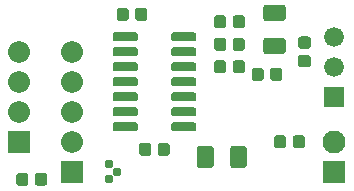
<source format=gts>
G04 #@! TF.GenerationSoftware,KiCad,Pcbnew,(5.1.5)-3*
G04 #@! TF.CreationDate,2019-12-28T17:54:17-06:00*
G04 #@! TF.ProjectId,tymkrs_Cyphercon_2020_IRhack,74796d6b-7273-45f4-9379-70686572636f,V0*
G04 #@! TF.SameCoordinates,Original*
G04 #@! TF.FileFunction,Soldermask,Top*
G04 #@! TF.FilePolarity,Negative*
%FSLAX46Y46*%
G04 Gerber Fmt 4.6, Leading zero omitted, Abs format (unit mm)*
G04 Created by KiCad (PCBNEW (5.1.5)-3) date 2019-12-28 17:54:17*
%MOMM*%
%LPD*%
G04 APERTURE LIST*
%ADD10C,0.100000*%
%ADD11O,1.852400X1.852400*%
%ADD12R,1.852400X1.852400*%
%ADD13C,1.952400*%
%ADD14R,1.952400X1.952400*%
%ADD15C,1.676400*%
%ADD16R,1.676400X1.676400*%
%ADD17C,0.787400*%
G04 APERTURE END LIST*
D10*
G36*
X161609526Y-79015037D02*
G01*
X161634459Y-79018735D01*
X161658910Y-79024860D01*
X161682642Y-79033352D01*
X161705428Y-79044129D01*
X161727048Y-79057087D01*
X161747294Y-79072102D01*
X161765970Y-79089030D01*
X161782898Y-79107706D01*
X161797913Y-79127952D01*
X161810871Y-79149572D01*
X161821648Y-79172358D01*
X161830140Y-79196090D01*
X161836265Y-79220541D01*
X161839963Y-79245474D01*
X161841200Y-79270650D01*
X161841200Y-79784350D01*
X161839963Y-79809526D01*
X161836265Y-79834459D01*
X161830140Y-79858910D01*
X161821648Y-79882642D01*
X161810871Y-79905428D01*
X161797913Y-79927048D01*
X161782898Y-79947294D01*
X161765970Y-79965970D01*
X161747294Y-79982898D01*
X161727048Y-79997913D01*
X161705428Y-80010871D01*
X161682642Y-80021648D01*
X161658910Y-80030140D01*
X161634459Y-80036265D01*
X161609526Y-80039963D01*
X161584350Y-80041200D01*
X160995650Y-80041200D01*
X160970474Y-80039963D01*
X160945541Y-80036265D01*
X160921090Y-80030140D01*
X160897358Y-80021648D01*
X160874572Y-80010871D01*
X160852952Y-79997913D01*
X160832706Y-79982898D01*
X160814030Y-79965970D01*
X160797102Y-79947294D01*
X160782087Y-79927048D01*
X160769129Y-79905428D01*
X160758352Y-79882642D01*
X160749860Y-79858910D01*
X160743735Y-79834459D01*
X160740037Y-79809526D01*
X160738800Y-79784350D01*
X160738800Y-79270650D01*
X160740037Y-79245474D01*
X160743735Y-79220541D01*
X160749860Y-79196090D01*
X160758352Y-79172358D01*
X160769129Y-79149572D01*
X160782087Y-79127952D01*
X160797102Y-79107706D01*
X160814030Y-79089030D01*
X160832706Y-79072102D01*
X160852952Y-79057087D01*
X160874572Y-79044129D01*
X160897358Y-79033352D01*
X160921090Y-79024860D01*
X160945541Y-79018735D01*
X160970474Y-79015037D01*
X160995650Y-79013800D01*
X161584350Y-79013800D01*
X161609526Y-79015037D01*
G37*
G36*
X161609526Y-77440037D02*
G01*
X161634459Y-77443735D01*
X161658910Y-77449860D01*
X161682642Y-77458352D01*
X161705428Y-77469129D01*
X161727048Y-77482087D01*
X161747294Y-77497102D01*
X161765970Y-77514030D01*
X161782898Y-77532706D01*
X161797913Y-77552952D01*
X161810871Y-77574572D01*
X161821648Y-77597358D01*
X161830140Y-77621090D01*
X161836265Y-77645541D01*
X161839963Y-77670474D01*
X161841200Y-77695650D01*
X161841200Y-78209350D01*
X161839963Y-78234526D01*
X161836265Y-78259459D01*
X161830140Y-78283910D01*
X161821648Y-78307642D01*
X161810871Y-78330428D01*
X161797913Y-78352048D01*
X161782898Y-78372294D01*
X161765970Y-78390970D01*
X161747294Y-78407898D01*
X161727048Y-78422913D01*
X161705428Y-78435871D01*
X161682642Y-78446648D01*
X161658910Y-78455140D01*
X161634459Y-78461265D01*
X161609526Y-78464963D01*
X161584350Y-78466200D01*
X160995650Y-78466200D01*
X160970474Y-78464963D01*
X160945541Y-78461265D01*
X160921090Y-78455140D01*
X160897358Y-78446648D01*
X160874572Y-78435871D01*
X160852952Y-78422913D01*
X160832706Y-78407898D01*
X160814030Y-78390970D01*
X160797102Y-78372294D01*
X160782087Y-78352048D01*
X160769129Y-78330428D01*
X160758352Y-78307642D01*
X160749860Y-78283910D01*
X160743735Y-78259459D01*
X160740037Y-78234526D01*
X160738800Y-78209350D01*
X160738800Y-77695650D01*
X160740037Y-77670474D01*
X160743735Y-77645541D01*
X160749860Y-77621090D01*
X160758352Y-77597358D01*
X160769129Y-77574572D01*
X160782087Y-77552952D01*
X160797102Y-77532706D01*
X160814030Y-77514030D01*
X160832706Y-77497102D01*
X160852952Y-77482087D01*
X160874572Y-77469129D01*
X160897358Y-77458352D01*
X160921090Y-77449860D01*
X160945541Y-77443735D01*
X160970474Y-77440037D01*
X160995650Y-77438800D01*
X161584350Y-77438800D01*
X161609526Y-77440037D01*
G37*
G36*
X148084526Y-86445037D02*
G01*
X148109459Y-86448735D01*
X148133910Y-86454860D01*
X148157642Y-86463352D01*
X148180428Y-86474129D01*
X148202048Y-86487087D01*
X148222294Y-86502102D01*
X148240970Y-86519030D01*
X148257898Y-86537706D01*
X148272913Y-86557952D01*
X148285871Y-86579572D01*
X148296648Y-86602358D01*
X148305140Y-86626090D01*
X148311265Y-86650541D01*
X148314963Y-86675474D01*
X148316200Y-86700650D01*
X148316200Y-87289350D01*
X148314963Y-87314526D01*
X148311265Y-87339459D01*
X148305140Y-87363910D01*
X148296648Y-87387642D01*
X148285871Y-87410428D01*
X148272913Y-87432048D01*
X148257898Y-87452294D01*
X148240970Y-87470970D01*
X148222294Y-87487898D01*
X148202048Y-87502913D01*
X148180428Y-87515871D01*
X148157642Y-87526648D01*
X148133910Y-87535140D01*
X148109459Y-87541265D01*
X148084526Y-87544963D01*
X148059350Y-87546200D01*
X147545650Y-87546200D01*
X147520474Y-87544963D01*
X147495541Y-87541265D01*
X147471090Y-87535140D01*
X147447358Y-87526648D01*
X147424572Y-87515871D01*
X147402952Y-87502913D01*
X147382706Y-87487898D01*
X147364030Y-87470970D01*
X147347102Y-87452294D01*
X147332087Y-87432048D01*
X147319129Y-87410428D01*
X147308352Y-87387642D01*
X147299860Y-87363910D01*
X147293735Y-87339459D01*
X147290037Y-87314526D01*
X147288800Y-87289350D01*
X147288800Y-86700650D01*
X147290037Y-86675474D01*
X147293735Y-86650541D01*
X147299860Y-86626090D01*
X147308352Y-86602358D01*
X147319129Y-86579572D01*
X147332087Y-86557952D01*
X147347102Y-86537706D01*
X147364030Y-86519030D01*
X147382706Y-86502102D01*
X147402952Y-86487087D01*
X147424572Y-86474129D01*
X147447358Y-86463352D01*
X147471090Y-86454860D01*
X147495541Y-86448735D01*
X147520474Y-86445037D01*
X147545650Y-86443800D01*
X148059350Y-86443800D01*
X148084526Y-86445037D01*
G37*
G36*
X149659526Y-86445037D02*
G01*
X149684459Y-86448735D01*
X149708910Y-86454860D01*
X149732642Y-86463352D01*
X149755428Y-86474129D01*
X149777048Y-86487087D01*
X149797294Y-86502102D01*
X149815970Y-86519030D01*
X149832898Y-86537706D01*
X149847913Y-86557952D01*
X149860871Y-86579572D01*
X149871648Y-86602358D01*
X149880140Y-86626090D01*
X149886265Y-86650541D01*
X149889963Y-86675474D01*
X149891200Y-86700650D01*
X149891200Y-87289350D01*
X149889963Y-87314526D01*
X149886265Y-87339459D01*
X149880140Y-87363910D01*
X149871648Y-87387642D01*
X149860871Y-87410428D01*
X149847913Y-87432048D01*
X149832898Y-87452294D01*
X149815970Y-87470970D01*
X149797294Y-87487898D01*
X149777048Y-87502913D01*
X149755428Y-87515871D01*
X149732642Y-87526648D01*
X149708910Y-87535140D01*
X149684459Y-87541265D01*
X149659526Y-87544963D01*
X149634350Y-87546200D01*
X149120650Y-87546200D01*
X149095474Y-87544963D01*
X149070541Y-87541265D01*
X149046090Y-87535140D01*
X149022358Y-87526648D01*
X148999572Y-87515871D01*
X148977952Y-87502913D01*
X148957706Y-87487898D01*
X148939030Y-87470970D01*
X148922102Y-87452294D01*
X148907087Y-87432048D01*
X148894129Y-87410428D01*
X148883352Y-87387642D01*
X148874860Y-87363910D01*
X148868735Y-87339459D01*
X148865037Y-87314526D01*
X148863800Y-87289350D01*
X148863800Y-86700650D01*
X148865037Y-86675474D01*
X148868735Y-86650541D01*
X148874860Y-86626090D01*
X148883352Y-86602358D01*
X148894129Y-86579572D01*
X148907087Y-86557952D01*
X148922102Y-86537706D01*
X148939030Y-86519030D01*
X148957706Y-86502102D01*
X148977952Y-86487087D01*
X148999572Y-86474129D01*
X149022358Y-86463352D01*
X149046090Y-86454860D01*
X149070541Y-86448735D01*
X149095474Y-86445037D01*
X149120650Y-86443800D01*
X149634350Y-86443800D01*
X149659526Y-86445037D01*
G37*
G36*
X146996537Y-84714706D02*
G01*
X147014796Y-84717414D01*
X147032703Y-84721900D01*
X147050083Y-84728118D01*
X147066770Y-84736011D01*
X147082603Y-84745501D01*
X147097429Y-84756497D01*
X147111107Y-84768893D01*
X147123503Y-84782571D01*
X147134499Y-84797397D01*
X147143989Y-84813230D01*
X147151882Y-84829917D01*
X147158100Y-84847297D01*
X147162586Y-84865204D01*
X147165294Y-84883463D01*
X147166200Y-84901900D01*
X147166200Y-85278100D01*
X147165294Y-85296537D01*
X147162586Y-85314796D01*
X147158100Y-85332703D01*
X147151882Y-85350083D01*
X147143989Y-85366770D01*
X147134499Y-85382603D01*
X147123503Y-85397429D01*
X147111107Y-85411107D01*
X147097429Y-85423503D01*
X147082603Y-85434499D01*
X147066770Y-85443989D01*
X147050083Y-85451882D01*
X147032703Y-85458100D01*
X147014796Y-85462586D01*
X146996537Y-85465294D01*
X146978100Y-85466200D01*
X145251900Y-85466200D01*
X145233463Y-85465294D01*
X145215204Y-85462586D01*
X145197297Y-85458100D01*
X145179917Y-85451882D01*
X145163230Y-85443989D01*
X145147397Y-85434499D01*
X145132571Y-85423503D01*
X145118893Y-85411107D01*
X145106497Y-85397429D01*
X145095501Y-85382603D01*
X145086011Y-85366770D01*
X145078118Y-85350083D01*
X145071900Y-85332703D01*
X145067414Y-85314796D01*
X145064706Y-85296537D01*
X145063800Y-85278100D01*
X145063800Y-84901900D01*
X145064706Y-84883463D01*
X145067414Y-84865204D01*
X145071900Y-84847297D01*
X145078118Y-84829917D01*
X145086011Y-84813230D01*
X145095501Y-84797397D01*
X145106497Y-84782571D01*
X145118893Y-84768893D01*
X145132571Y-84756497D01*
X145147397Y-84745501D01*
X145163230Y-84736011D01*
X145179917Y-84728118D01*
X145197297Y-84721900D01*
X145215204Y-84717414D01*
X145233463Y-84714706D01*
X145251900Y-84713800D01*
X146978100Y-84713800D01*
X146996537Y-84714706D01*
G37*
G36*
X146996537Y-83444706D02*
G01*
X147014796Y-83447414D01*
X147032703Y-83451900D01*
X147050083Y-83458118D01*
X147066770Y-83466011D01*
X147082603Y-83475501D01*
X147097429Y-83486497D01*
X147111107Y-83498893D01*
X147123503Y-83512571D01*
X147134499Y-83527397D01*
X147143989Y-83543230D01*
X147151882Y-83559917D01*
X147158100Y-83577297D01*
X147162586Y-83595204D01*
X147165294Y-83613463D01*
X147166200Y-83631900D01*
X147166200Y-84008100D01*
X147165294Y-84026537D01*
X147162586Y-84044796D01*
X147158100Y-84062703D01*
X147151882Y-84080083D01*
X147143989Y-84096770D01*
X147134499Y-84112603D01*
X147123503Y-84127429D01*
X147111107Y-84141107D01*
X147097429Y-84153503D01*
X147082603Y-84164499D01*
X147066770Y-84173989D01*
X147050083Y-84181882D01*
X147032703Y-84188100D01*
X147014796Y-84192586D01*
X146996537Y-84195294D01*
X146978100Y-84196200D01*
X145251900Y-84196200D01*
X145233463Y-84195294D01*
X145215204Y-84192586D01*
X145197297Y-84188100D01*
X145179917Y-84181882D01*
X145163230Y-84173989D01*
X145147397Y-84164499D01*
X145132571Y-84153503D01*
X145118893Y-84141107D01*
X145106497Y-84127429D01*
X145095501Y-84112603D01*
X145086011Y-84096770D01*
X145078118Y-84080083D01*
X145071900Y-84062703D01*
X145067414Y-84044796D01*
X145064706Y-84026537D01*
X145063800Y-84008100D01*
X145063800Y-83631900D01*
X145064706Y-83613463D01*
X145067414Y-83595204D01*
X145071900Y-83577297D01*
X145078118Y-83559917D01*
X145086011Y-83543230D01*
X145095501Y-83527397D01*
X145106497Y-83512571D01*
X145118893Y-83498893D01*
X145132571Y-83486497D01*
X145147397Y-83475501D01*
X145163230Y-83466011D01*
X145179917Y-83458118D01*
X145197297Y-83451900D01*
X145215204Y-83447414D01*
X145233463Y-83444706D01*
X145251900Y-83443800D01*
X146978100Y-83443800D01*
X146996537Y-83444706D01*
G37*
G36*
X146996537Y-82174706D02*
G01*
X147014796Y-82177414D01*
X147032703Y-82181900D01*
X147050083Y-82188118D01*
X147066770Y-82196011D01*
X147082603Y-82205501D01*
X147097429Y-82216497D01*
X147111107Y-82228893D01*
X147123503Y-82242571D01*
X147134499Y-82257397D01*
X147143989Y-82273230D01*
X147151882Y-82289917D01*
X147158100Y-82307297D01*
X147162586Y-82325204D01*
X147165294Y-82343463D01*
X147166200Y-82361900D01*
X147166200Y-82738100D01*
X147165294Y-82756537D01*
X147162586Y-82774796D01*
X147158100Y-82792703D01*
X147151882Y-82810083D01*
X147143989Y-82826770D01*
X147134499Y-82842603D01*
X147123503Y-82857429D01*
X147111107Y-82871107D01*
X147097429Y-82883503D01*
X147082603Y-82894499D01*
X147066770Y-82903989D01*
X147050083Y-82911882D01*
X147032703Y-82918100D01*
X147014796Y-82922586D01*
X146996537Y-82925294D01*
X146978100Y-82926200D01*
X145251900Y-82926200D01*
X145233463Y-82925294D01*
X145215204Y-82922586D01*
X145197297Y-82918100D01*
X145179917Y-82911882D01*
X145163230Y-82903989D01*
X145147397Y-82894499D01*
X145132571Y-82883503D01*
X145118893Y-82871107D01*
X145106497Y-82857429D01*
X145095501Y-82842603D01*
X145086011Y-82826770D01*
X145078118Y-82810083D01*
X145071900Y-82792703D01*
X145067414Y-82774796D01*
X145064706Y-82756537D01*
X145063800Y-82738100D01*
X145063800Y-82361900D01*
X145064706Y-82343463D01*
X145067414Y-82325204D01*
X145071900Y-82307297D01*
X145078118Y-82289917D01*
X145086011Y-82273230D01*
X145095501Y-82257397D01*
X145106497Y-82242571D01*
X145118893Y-82228893D01*
X145132571Y-82216497D01*
X145147397Y-82205501D01*
X145163230Y-82196011D01*
X145179917Y-82188118D01*
X145197297Y-82181900D01*
X145215204Y-82177414D01*
X145233463Y-82174706D01*
X145251900Y-82173800D01*
X146978100Y-82173800D01*
X146996537Y-82174706D01*
G37*
G36*
X146996537Y-80904706D02*
G01*
X147014796Y-80907414D01*
X147032703Y-80911900D01*
X147050083Y-80918118D01*
X147066770Y-80926011D01*
X147082603Y-80935501D01*
X147097429Y-80946497D01*
X147111107Y-80958893D01*
X147123503Y-80972571D01*
X147134499Y-80987397D01*
X147143989Y-81003230D01*
X147151882Y-81019917D01*
X147158100Y-81037297D01*
X147162586Y-81055204D01*
X147165294Y-81073463D01*
X147166200Y-81091900D01*
X147166200Y-81468100D01*
X147165294Y-81486537D01*
X147162586Y-81504796D01*
X147158100Y-81522703D01*
X147151882Y-81540083D01*
X147143989Y-81556770D01*
X147134499Y-81572603D01*
X147123503Y-81587429D01*
X147111107Y-81601107D01*
X147097429Y-81613503D01*
X147082603Y-81624499D01*
X147066770Y-81633989D01*
X147050083Y-81641882D01*
X147032703Y-81648100D01*
X147014796Y-81652586D01*
X146996537Y-81655294D01*
X146978100Y-81656200D01*
X145251900Y-81656200D01*
X145233463Y-81655294D01*
X145215204Y-81652586D01*
X145197297Y-81648100D01*
X145179917Y-81641882D01*
X145163230Y-81633989D01*
X145147397Y-81624499D01*
X145132571Y-81613503D01*
X145118893Y-81601107D01*
X145106497Y-81587429D01*
X145095501Y-81572603D01*
X145086011Y-81556770D01*
X145078118Y-81540083D01*
X145071900Y-81522703D01*
X145067414Y-81504796D01*
X145064706Y-81486537D01*
X145063800Y-81468100D01*
X145063800Y-81091900D01*
X145064706Y-81073463D01*
X145067414Y-81055204D01*
X145071900Y-81037297D01*
X145078118Y-81019917D01*
X145086011Y-81003230D01*
X145095501Y-80987397D01*
X145106497Y-80972571D01*
X145118893Y-80958893D01*
X145132571Y-80946497D01*
X145147397Y-80935501D01*
X145163230Y-80926011D01*
X145179917Y-80918118D01*
X145197297Y-80911900D01*
X145215204Y-80907414D01*
X145233463Y-80904706D01*
X145251900Y-80903800D01*
X146978100Y-80903800D01*
X146996537Y-80904706D01*
G37*
G36*
X146996537Y-79634706D02*
G01*
X147014796Y-79637414D01*
X147032703Y-79641900D01*
X147050083Y-79648118D01*
X147066770Y-79656011D01*
X147082603Y-79665501D01*
X147097429Y-79676497D01*
X147111107Y-79688893D01*
X147123503Y-79702571D01*
X147134499Y-79717397D01*
X147143989Y-79733230D01*
X147151882Y-79749917D01*
X147158100Y-79767297D01*
X147162586Y-79785204D01*
X147165294Y-79803463D01*
X147166200Y-79821900D01*
X147166200Y-80198100D01*
X147165294Y-80216537D01*
X147162586Y-80234796D01*
X147158100Y-80252703D01*
X147151882Y-80270083D01*
X147143989Y-80286770D01*
X147134499Y-80302603D01*
X147123503Y-80317429D01*
X147111107Y-80331107D01*
X147097429Y-80343503D01*
X147082603Y-80354499D01*
X147066770Y-80363989D01*
X147050083Y-80371882D01*
X147032703Y-80378100D01*
X147014796Y-80382586D01*
X146996537Y-80385294D01*
X146978100Y-80386200D01*
X145251900Y-80386200D01*
X145233463Y-80385294D01*
X145215204Y-80382586D01*
X145197297Y-80378100D01*
X145179917Y-80371882D01*
X145163230Y-80363989D01*
X145147397Y-80354499D01*
X145132571Y-80343503D01*
X145118893Y-80331107D01*
X145106497Y-80317429D01*
X145095501Y-80302603D01*
X145086011Y-80286770D01*
X145078118Y-80270083D01*
X145071900Y-80252703D01*
X145067414Y-80234796D01*
X145064706Y-80216537D01*
X145063800Y-80198100D01*
X145063800Y-79821900D01*
X145064706Y-79803463D01*
X145067414Y-79785204D01*
X145071900Y-79767297D01*
X145078118Y-79749917D01*
X145086011Y-79733230D01*
X145095501Y-79717397D01*
X145106497Y-79702571D01*
X145118893Y-79688893D01*
X145132571Y-79676497D01*
X145147397Y-79665501D01*
X145163230Y-79656011D01*
X145179917Y-79648118D01*
X145197297Y-79641900D01*
X145215204Y-79637414D01*
X145233463Y-79634706D01*
X145251900Y-79633800D01*
X146978100Y-79633800D01*
X146996537Y-79634706D01*
G37*
G36*
X146996537Y-78364706D02*
G01*
X147014796Y-78367414D01*
X147032703Y-78371900D01*
X147050083Y-78378118D01*
X147066770Y-78386011D01*
X147082603Y-78395501D01*
X147097429Y-78406497D01*
X147111107Y-78418893D01*
X147123503Y-78432571D01*
X147134499Y-78447397D01*
X147143989Y-78463230D01*
X147151882Y-78479917D01*
X147158100Y-78497297D01*
X147162586Y-78515204D01*
X147165294Y-78533463D01*
X147166200Y-78551900D01*
X147166200Y-78928100D01*
X147165294Y-78946537D01*
X147162586Y-78964796D01*
X147158100Y-78982703D01*
X147151882Y-79000083D01*
X147143989Y-79016770D01*
X147134499Y-79032603D01*
X147123503Y-79047429D01*
X147111107Y-79061107D01*
X147097429Y-79073503D01*
X147082603Y-79084499D01*
X147066770Y-79093989D01*
X147050083Y-79101882D01*
X147032703Y-79108100D01*
X147014796Y-79112586D01*
X146996537Y-79115294D01*
X146978100Y-79116200D01*
X145251900Y-79116200D01*
X145233463Y-79115294D01*
X145215204Y-79112586D01*
X145197297Y-79108100D01*
X145179917Y-79101882D01*
X145163230Y-79093989D01*
X145147397Y-79084499D01*
X145132571Y-79073503D01*
X145118893Y-79061107D01*
X145106497Y-79047429D01*
X145095501Y-79032603D01*
X145086011Y-79016770D01*
X145078118Y-79000083D01*
X145071900Y-78982703D01*
X145067414Y-78964796D01*
X145064706Y-78946537D01*
X145063800Y-78928100D01*
X145063800Y-78551900D01*
X145064706Y-78533463D01*
X145067414Y-78515204D01*
X145071900Y-78497297D01*
X145078118Y-78479917D01*
X145086011Y-78463230D01*
X145095501Y-78447397D01*
X145106497Y-78432571D01*
X145118893Y-78418893D01*
X145132571Y-78406497D01*
X145147397Y-78395501D01*
X145163230Y-78386011D01*
X145179917Y-78378118D01*
X145197297Y-78371900D01*
X145215204Y-78367414D01*
X145233463Y-78364706D01*
X145251900Y-78363800D01*
X146978100Y-78363800D01*
X146996537Y-78364706D01*
G37*
G36*
X146996537Y-77094706D02*
G01*
X147014796Y-77097414D01*
X147032703Y-77101900D01*
X147050083Y-77108118D01*
X147066770Y-77116011D01*
X147082603Y-77125501D01*
X147097429Y-77136497D01*
X147111107Y-77148893D01*
X147123503Y-77162571D01*
X147134499Y-77177397D01*
X147143989Y-77193230D01*
X147151882Y-77209917D01*
X147158100Y-77227297D01*
X147162586Y-77245204D01*
X147165294Y-77263463D01*
X147166200Y-77281900D01*
X147166200Y-77658100D01*
X147165294Y-77676537D01*
X147162586Y-77694796D01*
X147158100Y-77712703D01*
X147151882Y-77730083D01*
X147143989Y-77746770D01*
X147134499Y-77762603D01*
X147123503Y-77777429D01*
X147111107Y-77791107D01*
X147097429Y-77803503D01*
X147082603Y-77814499D01*
X147066770Y-77823989D01*
X147050083Y-77831882D01*
X147032703Y-77838100D01*
X147014796Y-77842586D01*
X146996537Y-77845294D01*
X146978100Y-77846200D01*
X145251900Y-77846200D01*
X145233463Y-77845294D01*
X145215204Y-77842586D01*
X145197297Y-77838100D01*
X145179917Y-77831882D01*
X145163230Y-77823989D01*
X145147397Y-77814499D01*
X145132571Y-77803503D01*
X145118893Y-77791107D01*
X145106497Y-77777429D01*
X145095501Y-77762603D01*
X145086011Y-77746770D01*
X145078118Y-77730083D01*
X145071900Y-77712703D01*
X145067414Y-77694796D01*
X145064706Y-77676537D01*
X145063800Y-77658100D01*
X145063800Y-77281900D01*
X145064706Y-77263463D01*
X145067414Y-77245204D01*
X145071900Y-77227297D01*
X145078118Y-77209917D01*
X145086011Y-77193230D01*
X145095501Y-77177397D01*
X145106497Y-77162571D01*
X145118893Y-77148893D01*
X145132571Y-77136497D01*
X145147397Y-77125501D01*
X145163230Y-77116011D01*
X145179917Y-77108118D01*
X145197297Y-77101900D01*
X145215204Y-77097414D01*
X145233463Y-77094706D01*
X145251900Y-77093800D01*
X146978100Y-77093800D01*
X146996537Y-77094706D01*
G37*
G36*
X151946537Y-77094706D02*
G01*
X151964796Y-77097414D01*
X151982703Y-77101900D01*
X152000083Y-77108118D01*
X152016770Y-77116011D01*
X152032603Y-77125501D01*
X152047429Y-77136497D01*
X152061107Y-77148893D01*
X152073503Y-77162571D01*
X152084499Y-77177397D01*
X152093989Y-77193230D01*
X152101882Y-77209917D01*
X152108100Y-77227297D01*
X152112586Y-77245204D01*
X152115294Y-77263463D01*
X152116200Y-77281900D01*
X152116200Y-77658100D01*
X152115294Y-77676537D01*
X152112586Y-77694796D01*
X152108100Y-77712703D01*
X152101882Y-77730083D01*
X152093989Y-77746770D01*
X152084499Y-77762603D01*
X152073503Y-77777429D01*
X152061107Y-77791107D01*
X152047429Y-77803503D01*
X152032603Y-77814499D01*
X152016770Y-77823989D01*
X152000083Y-77831882D01*
X151982703Y-77838100D01*
X151964796Y-77842586D01*
X151946537Y-77845294D01*
X151928100Y-77846200D01*
X150201900Y-77846200D01*
X150183463Y-77845294D01*
X150165204Y-77842586D01*
X150147297Y-77838100D01*
X150129917Y-77831882D01*
X150113230Y-77823989D01*
X150097397Y-77814499D01*
X150082571Y-77803503D01*
X150068893Y-77791107D01*
X150056497Y-77777429D01*
X150045501Y-77762603D01*
X150036011Y-77746770D01*
X150028118Y-77730083D01*
X150021900Y-77712703D01*
X150017414Y-77694796D01*
X150014706Y-77676537D01*
X150013800Y-77658100D01*
X150013800Y-77281900D01*
X150014706Y-77263463D01*
X150017414Y-77245204D01*
X150021900Y-77227297D01*
X150028118Y-77209917D01*
X150036011Y-77193230D01*
X150045501Y-77177397D01*
X150056497Y-77162571D01*
X150068893Y-77148893D01*
X150082571Y-77136497D01*
X150097397Y-77125501D01*
X150113230Y-77116011D01*
X150129917Y-77108118D01*
X150147297Y-77101900D01*
X150165204Y-77097414D01*
X150183463Y-77094706D01*
X150201900Y-77093800D01*
X151928100Y-77093800D01*
X151946537Y-77094706D01*
G37*
G36*
X151946537Y-78364706D02*
G01*
X151964796Y-78367414D01*
X151982703Y-78371900D01*
X152000083Y-78378118D01*
X152016770Y-78386011D01*
X152032603Y-78395501D01*
X152047429Y-78406497D01*
X152061107Y-78418893D01*
X152073503Y-78432571D01*
X152084499Y-78447397D01*
X152093989Y-78463230D01*
X152101882Y-78479917D01*
X152108100Y-78497297D01*
X152112586Y-78515204D01*
X152115294Y-78533463D01*
X152116200Y-78551900D01*
X152116200Y-78928100D01*
X152115294Y-78946537D01*
X152112586Y-78964796D01*
X152108100Y-78982703D01*
X152101882Y-79000083D01*
X152093989Y-79016770D01*
X152084499Y-79032603D01*
X152073503Y-79047429D01*
X152061107Y-79061107D01*
X152047429Y-79073503D01*
X152032603Y-79084499D01*
X152016770Y-79093989D01*
X152000083Y-79101882D01*
X151982703Y-79108100D01*
X151964796Y-79112586D01*
X151946537Y-79115294D01*
X151928100Y-79116200D01*
X150201900Y-79116200D01*
X150183463Y-79115294D01*
X150165204Y-79112586D01*
X150147297Y-79108100D01*
X150129917Y-79101882D01*
X150113230Y-79093989D01*
X150097397Y-79084499D01*
X150082571Y-79073503D01*
X150068893Y-79061107D01*
X150056497Y-79047429D01*
X150045501Y-79032603D01*
X150036011Y-79016770D01*
X150028118Y-79000083D01*
X150021900Y-78982703D01*
X150017414Y-78964796D01*
X150014706Y-78946537D01*
X150013800Y-78928100D01*
X150013800Y-78551900D01*
X150014706Y-78533463D01*
X150017414Y-78515204D01*
X150021900Y-78497297D01*
X150028118Y-78479917D01*
X150036011Y-78463230D01*
X150045501Y-78447397D01*
X150056497Y-78432571D01*
X150068893Y-78418893D01*
X150082571Y-78406497D01*
X150097397Y-78395501D01*
X150113230Y-78386011D01*
X150129917Y-78378118D01*
X150147297Y-78371900D01*
X150165204Y-78367414D01*
X150183463Y-78364706D01*
X150201900Y-78363800D01*
X151928100Y-78363800D01*
X151946537Y-78364706D01*
G37*
G36*
X151946537Y-79634706D02*
G01*
X151964796Y-79637414D01*
X151982703Y-79641900D01*
X152000083Y-79648118D01*
X152016770Y-79656011D01*
X152032603Y-79665501D01*
X152047429Y-79676497D01*
X152061107Y-79688893D01*
X152073503Y-79702571D01*
X152084499Y-79717397D01*
X152093989Y-79733230D01*
X152101882Y-79749917D01*
X152108100Y-79767297D01*
X152112586Y-79785204D01*
X152115294Y-79803463D01*
X152116200Y-79821900D01*
X152116200Y-80198100D01*
X152115294Y-80216537D01*
X152112586Y-80234796D01*
X152108100Y-80252703D01*
X152101882Y-80270083D01*
X152093989Y-80286770D01*
X152084499Y-80302603D01*
X152073503Y-80317429D01*
X152061107Y-80331107D01*
X152047429Y-80343503D01*
X152032603Y-80354499D01*
X152016770Y-80363989D01*
X152000083Y-80371882D01*
X151982703Y-80378100D01*
X151964796Y-80382586D01*
X151946537Y-80385294D01*
X151928100Y-80386200D01*
X150201900Y-80386200D01*
X150183463Y-80385294D01*
X150165204Y-80382586D01*
X150147297Y-80378100D01*
X150129917Y-80371882D01*
X150113230Y-80363989D01*
X150097397Y-80354499D01*
X150082571Y-80343503D01*
X150068893Y-80331107D01*
X150056497Y-80317429D01*
X150045501Y-80302603D01*
X150036011Y-80286770D01*
X150028118Y-80270083D01*
X150021900Y-80252703D01*
X150017414Y-80234796D01*
X150014706Y-80216537D01*
X150013800Y-80198100D01*
X150013800Y-79821900D01*
X150014706Y-79803463D01*
X150017414Y-79785204D01*
X150021900Y-79767297D01*
X150028118Y-79749917D01*
X150036011Y-79733230D01*
X150045501Y-79717397D01*
X150056497Y-79702571D01*
X150068893Y-79688893D01*
X150082571Y-79676497D01*
X150097397Y-79665501D01*
X150113230Y-79656011D01*
X150129917Y-79648118D01*
X150147297Y-79641900D01*
X150165204Y-79637414D01*
X150183463Y-79634706D01*
X150201900Y-79633800D01*
X151928100Y-79633800D01*
X151946537Y-79634706D01*
G37*
G36*
X151946537Y-80904706D02*
G01*
X151964796Y-80907414D01*
X151982703Y-80911900D01*
X152000083Y-80918118D01*
X152016770Y-80926011D01*
X152032603Y-80935501D01*
X152047429Y-80946497D01*
X152061107Y-80958893D01*
X152073503Y-80972571D01*
X152084499Y-80987397D01*
X152093989Y-81003230D01*
X152101882Y-81019917D01*
X152108100Y-81037297D01*
X152112586Y-81055204D01*
X152115294Y-81073463D01*
X152116200Y-81091900D01*
X152116200Y-81468100D01*
X152115294Y-81486537D01*
X152112586Y-81504796D01*
X152108100Y-81522703D01*
X152101882Y-81540083D01*
X152093989Y-81556770D01*
X152084499Y-81572603D01*
X152073503Y-81587429D01*
X152061107Y-81601107D01*
X152047429Y-81613503D01*
X152032603Y-81624499D01*
X152016770Y-81633989D01*
X152000083Y-81641882D01*
X151982703Y-81648100D01*
X151964796Y-81652586D01*
X151946537Y-81655294D01*
X151928100Y-81656200D01*
X150201900Y-81656200D01*
X150183463Y-81655294D01*
X150165204Y-81652586D01*
X150147297Y-81648100D01*
X150129917Y-81641882D01*
X150113230Y-81633989D01*
X150097397Y-81624499D01*
X150082571Y-81613503D01*
X150068893Y-81601107D01*
X150056497Y-81587429D01*
X150045501Y-81572603D01*
X150036011Y-81556770D01*
X150028118Y-81540083D01*
X150021900Y-81522703D01*
X150017414Y-81504796D01*
X150014706Y-81486537D01*
X150013800Y-81468100D01*
X150013800Y-81091900D01*
X150014706Y-81073463D01*
X150017414Y-81055204D01*
X150021900Y-81037297D01*
X150028118Y-81019917D01*
X150036011Y-81003230D01*
X150045501Y-80987397D01*
X150056497Y-80972571D01*
X150068893Y-80958893D01*
X150082571Y-80946497D01*
X150097397Y-80935501D01*
X150113230Y-80926011D01*
X150129917Y-80918118D01*
X150147297Y-80911900D01*
X150165204Y-80907414D01*
X150183463Y-80904706D01*
X150201900Y-80903800D01*
X151928100Y-80903800D01*
X151946537Y-80904706D01*
G37*
G36*
X151946537Y-82174706D02*
G01*
X151964796Y-82177414D01*
X151982703Y-82181900D01*
X152000083Y-82188118D01*
X152016770Y-82196011D01*
X152032603Y-82205501D01*
X152047429Y-82216497D01*
X152061107Y-82228893D01*
X152073503Y-82242571D01*
X152084499Y-82257397D01*
X152093989Y-82273230D01*
X152101882Y-82289917D01*
X152108100Y-82307297D01*
X152112586Y-82325204D01*
X152115294Y-82343463D01*
X152116200Y-82361900D01*
X152116200Y-82738100D01*
X152115294Y-82756537D01*
X152112586Y-82774796D01*
X152108100Y-82792703D01*
X152101882Y-82810083D01*
X152093989Y-82826770D01*
X152084499Y-82842603D01*
X152073503Y-82857429D01*
X152061107Y-82871107D01*
X152047429Y-82883503D01*
X152032603Y-82894499D01*
X152016770Y-82903989D01*
X152000083Y-82911882D01*
X151982703Y-82918100D01*
X151964796Y-82922586D01*
X151946537Y-82925294D01*
X151928100Y-82926200D01*
X150201900Y-82926200D01*
X150183463Y-82925294D01*
X150165204Y-82922586D01*
X150147297Y-82918100D01*
X150129917Y-82911882D01*
X150113230Y-82903989D01*
X150097397Y-82894499D01*
X150082571Y-82883503D01*
X150068893Y-82871107D01*
X150056497Y-82857429D01*
X150045501Y-82842603D01*
X150036011Y-82826770D01*
X150028118Y-82810083D01*
X150021900Y-82792703D01*
X150017414Y-82774796D01*
X150014706Y-82756537D01*
X150013800Y-82738100D01*
X150013800Y-82361900D01*
X150014706Y-82343463D01*
X150017414Y-82325204D01*
X150021900Y-82307297D01*
X150028118Y-82289917D01*
X150036011Y-82273230D01*
X150045501Y-82257397D01*
X150056497Y-82242571D01*
X150068893Y-82228893D01*
X150082571Y-82216497D01*
X150097397Y-82205501D01*
X150113230Y-82196011D01*
X150129917Y-82188118D01*
X150147297Y-82181900D01*
X150165204Y-82177414D01*
X150183463Y-82174706D01*
X150201900Y-82173800D01*
X151928100Y-82173800D01*
X151946537Y-82174706D01*
G37*
G36*
X151946537Y-83444706D02*
G01*
X151964796Y-83447414D01*
X151982703Y-83451900D01*
X152000083Y-83458118D01*
X152016770Y-83466011D01*
X152032603Y-83475501D01*
X152047429Y-83486497D01*
X152061107Y-83498893D01*
X152073503Y-83512571D01*
X152084499Y-83527397D01*
X152093989Y-83543230D01*
X152101882Y-83559917D01*
X152108100Y-83577297D01*
X152112586Y-83595204D01*
X152115294Y-83613463D01*
X152116200Y-83631900D01*
X152116200Y-84008100D01*
X152115294Y-84026537D01*
X152112586Y-84044796D01*
X152108100Y-84062703D01*
X152101882Y-84080083D01*
X152093989Y-84096770D01*
X152084499Y-84112603D01*
X152073503Y-84127429D01*
X152061107Y-84141107D01*
X152047429Y-84153503D01*
X152032603Y-84164499D01*
X152016770Y-84173989D01*
X152000083Y-84181882D01*
X151982703Y-84188100D01*
X151964796Y-84192586D01*
X151946537Y-84195294D01*
X151928100Y-84196200D01*
X150201900Y-84196200D01*
X150183463Y-84195294D01*
X150165204Y-84192586D01*
X150147297Y-84188100D01*
X150129917Y-84181882D01*
X150113230Y-84173989D01*
X150097397Y-84164499D01*
X150082571Y-84153503D01*
X150068893Y-84141107D01*
X150056497Y-84127429D01*
X150045501Y-84112603D01*
X150036011Y-84096770D01*
X150028118Y-84080083D01*
X150021900Y-84062703D01*
X150017414Y-84044796D01*
X150014706Y-84026537D01*
X150013800Y-84008100D01*
X150013800Y-83631900D01*
X150014706Y-83613463D01*
X150017414Y-83595204D01*
X150021900Y-83577297D01*
X150028118Y-83559917D01*
X150036011Y-83543230D01*
X150045501Y-83527397D01*
X150056497Y-83512571D01*
X150068893Y-83498893D01*
X150082571Y-83486497D01*
X150097397Y-83475501D01*
X150113230Y-83466011D01*
X150129917Y-83458118D01*
X150147297Y-83451900D01*
X150165204Y-83447414D01*
X150183463Y-83444706D01*
X150201900Y-83443800D01*
X151928100Y-83443800D01*
X151946537Y-83444706D01*
G37*
G36*
X151946537Y-84714706D02*
G01*
X151964796Y-84717414D01*
X151982703Y-84721900D01*
X152000083Y-84728118D01*
X152016770Y-84736011D01*
X152032603Y-84745501D01*
X152047429Y-84756497D01*
X152061107Y-84768893D01*
X152073503Y-84782571D01*
X152084499Y-84797397D01*
X152093989Y-84813230D01*
X152101882Y-84829917D01*
X152108100Y-84847297D01*
X152112586Y-84865204D01*
X152115294Y-84883463D01*
X152116200Y-84901900D01*
X152116200Y-85278100D01*
X152115294Y-85296537D01*
X152112586Y-85314796D01*
X152108100Y-85332703D01*
X152101882Y-85350083D01*
X152093989Y-85366770D01*
X152084499Y-85382603D01*
X152073503Y-85397429D01*
X152061107Y-85411107D01*
X152047429Y-85423503D01*
X152032603Y-85434499D01*
X152016770Y-85443989D01*
X152000083Y-85451882D01*
X151982703Y-85458100D01*
X151964796Y-85462586D01*
X151946537Y-85465294D01*
X151928100Y-85466200D01*
X150201900Y-85466200D01*
X150183463Y-85465294D01*
X150165204Y-85462586D01*
X150147297Y-85458100D01*
X150129917Y-85451882D01*
X150113230Y-85443989D01*
X150097397Y-85434499D01*
X150082571Y-85423503D01*
X150068893Y-85411107D01*
X150056497Y-85397429D01*
X150045501Y-85382603D01*
X150036011Y-85366770D01*
X150028118Y-85350083D01*
X150021900Y-85332703D01*
X150017414Y-85314796D01*
X150014706Y-85296537D01*
X150013800Y-85278100D01*
X150013800Y-84901900D01*
X150014706Y-84883463D01*
X150017414Y-84865204D01*
X150021900Y-84847297D01*
X150028118Y-84829917D01*
X150036011Y-84813230D01*
X150045501Y-84797397D01*
X150056497Y-84782571D01*
X150068893Y-84768893D01*
X150082571Y-84756497D01*
X150097397Y-84745501D01*
X150113230Y-84736011D01*
X150129917Y-84728118D01*
X150147297Y-84721900D01*
X150165204Y-84717414D01*
X150183463Y-84714706D01*
X150201900Y-84713800D01*
X151928100Y-84713800D01*
X151946537Y-84714706D01*
G37*
G36*
X137696026Y-88985037D02*
G01*
X137720959Y-88988735D01*
X137745410Y-88994860D01*
X137769142Y-89003352D01*
X137791928Y-89014129D01*
X137813548Y-89027087D01*
X137833794Y-89042102D01*
X137852470Y-89059030D01*
X137869398Y-89077706D01*
X137884413Y-89097952D01*
X137897371Y-89119572D01*
X137908148Y-89142358D01*
X137916640Y-89166090D01*
X137922765Y-89190541D01*
X137926463Y-89215474D01*
X137927700Y-89240650D01*
X137927700Y-89829350D01*
X137926463Y-89854526D01*
X137922765Y-89879459D01*
X137916640Y-89903910D01*
X137908148Y-89927642D01*
X137897371Y-89950428D01*
X137884413Y-89972048D01*
X137869398Y-89992294D01*
X137852470Y-90010970D01*
X137833794Y-90027898D01*
X137813548Y-90042913D01*
X137791928Y-90055871D01*
X137769142Y-90066648D01*
X137745410Y-90075140D01*
X137720959Y-90081265D01*
X137696026Y-90084963D01*
X137670850Y-90086200D01*
X137157150Y-90086200D01*
X137131974Y-90084963D01*
X137107041Y-90081265D01*
X137082590Y-90075140D01*
X137058858Y-90066648D01*
X137036072Y-90055871D01*
X137014452Y-90042913D01*
X136994206Y-90027898D01*
X136975530Y-90010970D01*
X136958602Y-89992294D01*
X136943587Y-89972048D01*
X136930629Y-89950428D01*
X136919852Y-89927642D01*
X136911360Y-89903910D01*
X136905235Y-89879459D01*
X136901537Y-89854526D01*
X136900300Y-89829350D01*
X136900300Y-89240650D01*
X136901537Y-89215474D01*
X136905235Y-89190541D01*
X136911360Y-89166090D01*
X136919852Y-89142358D01*
X136930629Y-89119572D01*
X136943587Y-89097952D01*
X136958602Y-89077706D01*
X136975530Y-89059030D01*
X136994206Y-89042102D01*
X137014452Y-89027087D01*
X137036072Y-89014129D01*
X137058858Y-89003352D01*
X137082590Y-88994860D01*
X137107041Y-88988735D01*
X137131974Y-88985037D01*
X137157150Y-88983800D01*
X137670850Y-88983800D01*
X137696026Y-88985037D01*
G37*
G36*
X139271026Y-88985037D02*
G01*
X139295959Y-88988735D01*
X139320410Y-88994860D01*
X139344142Y-89003352D01*
X139366928Y-89014129D01*
X139388548Y-89027087D01*
X139408794Y-89042102D01*
X139427470Y-89059030D01*
X139444398Y-89077706D01*
X139459413Y-89097952D01*
X139472371Y-89119572D01*
X139483148Y-89142358D01*
X139491640Y-89166090D01*
X139497765Y-89190541D01*
X139501463Y-89215474D01*
X139502700Y-89240650D01*
X139502700Y-89829350D01*
X139501463Y-89854526D01*
X139497765Y-89879459D01*
X139491640Y-89903910D01*
X139483148Y-89927642D01*
X139472371Y-89950428D01*
X139459413Y-89972048D01*
X139444398Y-89992294D01*
X139427470Y-90010970D01*
X139408794Y-90027898D01*
X139388548Y-90042913D01*
X139366928Y-90055871D01*
X139344142Y-90066648D01*
X139320410Y-90075140D01*
X139295959Y-90081265D01*
X139271026Y-90084963D01*
X139245850Y-90086200D01*
X138732150Y-90086200D01*
X138706974Y-90084963D01*
X138682041Y-90081265D01*
X138657590Y-90075140D01*
X138633858Y-90066648D01*
X138611072Y-90055871D01*
X138589452Y-90042913D01*
X138569206Y-90027898D01*
X138550530Y-90010970D01*
X138533602Y-89992294D01*
X138518587Y-89972048D01*
X138505629Y-89950428D01*
X138494852Y-89927642D01*
X138486360Y-89903910D01*
X138480235Y-89879459D01*
X138476537Y-89854526D01*
X138475300Y-89829350D01*
X138475300Y-89240650D01*
X138476537Y-89215474D01*
X138480235Y-89190541D01*
X138486360Y-89166090D01*
X138494852Y-89142358D01*
X138505629Y-89119572D01*
X138518587Y-89097952D01*
X138533602Y-89077706D01*
X138550530Y-89059030D01*
X138569206Y-89042102D01*
X138589452Y-89027087D01*
X138611072Y-89014129D01*
X138633858Y-89003352D01*
X138657590Y-88994860D01*
X138682041Y-88988735D01*
X138706974Y-88985037D01*
X138732150Y-88983800D01*
X139245850Y-88983800D01*
X139271026Y-88985037D01*
G37*
G36*
X161089526Y-85810037D02*
G01*
X161114459Y-85813735D01*
X161138910Y-85819860D01*
X161162642Y-85828352D01*
X161185428Y-85839129D01*
X161207048Y-85852087D01*
X161227294Y-85867102D01*
X161245970Y-85884030D01*
X161262898Y-85902706D01*
X161277913Y-85922952D01*
X161290871Y-85944572D01*
X161301648Y-85967358D01*
X161310140Y-85991090D01*
X161316265Y-86015541D01*
X161319963Y-86040474D01*
X161321200Y-86065650D01*
X161321200Y-86654350D01*
X161319963Y-86679526D01*
X161316265Y-86704459D01*
X161310140Y-86728910D01*
X161301648Y-86752642D01*
X161290871Y-86775428D01*
X161277913Y-86797048D01*
X161262898Y-86817294D01*
X161245970Y-86835970D01*
X161227294Y-86852898D01*
X161207048Y-86867913D01*
X161185428Y-86880871D01*
X161162642Y-86891648D01*
X161138910Y-86900140D01*
X161114459Y-86906265D01*
X161089526Y-86909963D01*
X161064350Y-86911200D01*
X160550650Y-86911200D01*
X160525474Y-86909963D01*
X160500541Y-86906265D01*
X160476090Y-86900140D01*
X160452358Y-86891648D01*
X160429572Y-86880871D01*
X160407952Y-86867913D01*
X160387706Y-86852898D01*
X160369030Y-86835970D01*
X160352102Y-86817294D01*
X160337087Y-86797048D01*
X160324129Y-86775428D01*
X160313352Y-86752642D01*
X160304860Y-86728910D01*
X160298735Y-86704459D01*
X160295037Y-86679526D01*
X160293800Y-86654350D01*
X160293800Y-86065650D01*
X160295037Y-86040474D01*
X160298735Y-86015541D01*
X160304860Y-85991090D01*
X160313352Y-85967358D01*
X160324129Y-85944572D01*
X160337087Y-85922952D01*
X160352102Y-85902706D01*
X160369030Y-85884030D01*
X160387706Y-85867102D01*
X160407952Y-85852087D01*
X160429572Y-85839129D01*
X160452358Y-85828352D01*
X160476090Y-85819860D01*
X160500541Y-85813735D01*
X160525474Y-85810037D01*
X160550650Y-85808800D01*
X161064350Y-85808800D01*
X161089526Y-85810037D01*
G37*
G36*
X159514526Y-85810037D02*
G01*
X159539459Y-85813735D01*
X159563910Y-85819860D01*
X159587642Y-85828352D01*
X159610428Y-85839129D01*
X159632048Y-85852087D01*
X159652294Y-85867102D01*
X159670970Y-85884030D01*
X159687898Y-85902706D01*
X159702913Y-85922952D01*
X159715871Y-85944572D01*
X159726648Y-85967358D01*
X159735140Y-85991090D01*
X159741265Y-86015541D01*
X159744963Y-86040474D01*
X159746200Y-86065650D01*
X159746200Y-86654350D01*
X159744963Y-86679526D01*
X159741265Y-86704459D01*
X159735140Y-86728910D01*
X159726648Y-86752642D01*
X159715871Y-86775428D01*
X159702913Y-86797048D01*
X159687898Y-86817294D01*
X159670970Y-86835970D01*
X159652294Y-86852898D01*
X159632048Y-86867913D01*
X159610428Y-86880871D01*
X159587642Y-86891648D01*
X159563910Y-86900140D01*
X159539459Y-86906265D01*
X159514526Y-86909963D01*
X159489350Y-86911200D01*
X158975650Y-86911200D01*
X158950474Y-86909963D01*
X158925541Y-86906265D01*
X158901090Y-86900140D01*
X158877358Y-86891648D01*
X158854572Y-86880871D01*
X158832952Y-86867913D01*
X158812706Y-86852898D01*
X158794030Y-86835970D01*
X158777102Y-86817294D01*
X158762087Y-86797048D01*
X158749129Y-86775428D01*
X158738352Y-86752642D01*
X158729860Y-86728910D01*
X158723735Y-86704459D01*
X158720037Y-86679526D01*
X158718800Y-86654350D01*
X158718800Y-86065650D01*
X158720037Y-86040474D01*
X158723735Y-86015541D01*
X158729860Y-85991090D01*
X158738352Y-85967358D01*
X158749129Y-85944572D01*
X158762087Y-85922952D01*
X158777102Y-85902706D01*
X158794030Y-85884030D01*
X158812706Y-85867102D01*
X158832952Y-85852087D01*
X158854572Y-85839129D01*
X158877358Y-85828352D01*
X158901090Y-85819860D01*
X158925541Y-85813735D01*
X158950474Y-85810037D01*
X158975650Y-85808800D01*
X159489350Y-85808800D01*
X159514526Y-85810037D01*
G37*
G36*
X157609526Y-80095037D02*
G01*
X157634459Y-80098735D01*
X157658910Y-80104860D01*
X157682642Y-80113352D01*
X157705428Y-80124129D01*
X157727048Y-80137087D01*
X157747294Y-80152102D01*
X157765970Y-80169030D01*
X157782898Y-80187706D01*
X157797913Y-80207952D01*
X157810871Y-80229572D01*
X157821648Y-80252358D01*
X157830140Y-80276090D01*
X157836265Y-80300541D01*
X157839963Y-80325474D01*
X157841200Y-80350650D01*
X157841200Y-80939350D01*
X157839963Y-80964526D01*
X157836265Y-80989459D01*
X157830140Y-81013910D01*
X157821648Y-81037642D01*
X157810871Y-81060428D01*
X157797913Y-81082048D01*
X157782898Y-81102294D01*
X157765970Y-81120970D01*
X157747294Y-81137898D01*
X157727048Y-81152913D01*
X157705428Y-81165871D01*
X157682642Y-81176648D01*
X157658910Y-81185140D01*
X157634459Y-81191265D01*
X157609526Y-81194963D01*
X157584350Y-81196200D01*
X157070650Y-81196200D01*
X157045474Y-81194963D01*
X157020541Y-81191265D01*
X156996090Y-81185140D01*
X156972358Y-81176648D01*
X156949572Y-81165871D01*
X156927952Y-81152913D01*
X156907706Y-81137898D01*
X156889030Y-81120970D01*
X156872102Y-81102294D01*
X156857087Y-81082048D01*
X156844129Y-81060428D01*
X156833352Y-81037642D01*
X156824860Y-81013910D01*
X156818735Y-80989459D01*
X156815037Y-80964526D01*
X156813800Y-80939350D01*
X156813800Y-80350650D01*
X156815037Y-80325474D01*
X156818735Y-80300541D01*
X156824860Y-80276090D01*
X156833352Y-80252358D01*
X156844129Y-80229572D01*
X156857087Y-80207952D01*
X156872102Y-80187706D01*
X156889030Y-80169030D01*
X156907706Y-80152102D01*
X156927952Y-80137087D01*
X156949572Y-80124129D01*
X156972358Y-80113352D01*
X156996090Y-80104860D01*
X157020541Y-80098735D01*
X157045474Y-80095037D01*
X157070650Y-80093800D01*
X157584350Y-80093800D01*
X157609526Y-80095037D01*
G37*
G36*
X159184526Y-80095037D02*
G01*
X159209459Y-80098735D01*
X159233910Y-80104860D01*
X159257642Y-80113352D01*
X159280428Y-80124129D01*
X159302048Y-80137087D01*
X159322294Y-80152102D01*
X159340970Y-80169030D01*
X159357898Y-80187706D01*
X159372913Y-80207952D01*
X159385871Y-80229572D01*
X159396648Y-80252358D01*
X159405140Y-80276090D01*
X159411265Y-80300541D01*
X159414963Y-80325474D01*
X159416200Y-80350650D01*
X159416200Y-80939350D01*
X159414963Y-80964526D01*
X159411265Y-80989459D01*
X159405140Y-81013910D01*
X159396648Y-81037642D01*
X159385871Y-81060428D01*
X159372913Y-81082048D01*
X159357898Y-81102294D01*
X159340970Y-81120970D01*
X159322294Y-81137898D01*
X159302048Y-81152913D01*
X159280428Y-81165871D01*
X159257642Y-81176648D01*
X159233910Y-81185140D01*
X159209459Y-81191265D01*
X159184526Y-81194963D01*
X159159350Y-81196200D01*
X158645650Y-81196200D01*
X158620474Y-81194963D01*
X158595541Y-81191265D01*
X158571090Y-81185140D01*
X158547358Y-81176648D01*
X158524572Y-81165871D01*
X158502952Y-81152913D01*
X158482706Y-81137898D01*
X158464030Y-81120970D01*
X158447102Y-81102294D01*
X158432087Y-81082048D01*
X158419129Y-81060428D01*
X158408352Y-81037642D01*
X158399860Y-81013910D01*
X158393735Y-80989459D01*
X158390037Y-80964526D01*
X158388800Y-80939350D01*
X158388800Y-80350650D01*
X158390037Y-80325474D01*
X158393735Y-80300541D01*
X158399860Y-80276090D01*
X158408352Y-80252358D01*
X158419129Y-80229572D01*
X158432087Y-80207952D01*
X158447102Y-80187706D01*
X158464030Y-80169030D01*
X158482706Y-80152102D01*
X158502952Y-80137087D01*
X158524572Y-80124129D01*
X158547358Y-80113352D01*
X158571090Y-80104860D01*
X158595541Y-80098735D01*
X158620474Y-80095037D01*
X158645650Y-80093800D01*
X159159350Y-80093800D01*
X159184526Y-80095037D01*
G37*
G36*
X156009526Y-75650037D02*
G01*
X156034459Y-75653735D01*
X156058910Y-75659860D01*
X156082642Y-75668352D01*
X156105428Y-75679129D01*
X156127048Y-75692087D01*
X156147294Y-75707102D01*
X156165970Y-75724030D01*
X156182898Y-75742706D01*
X156197913Y-75762952D01*
X156210871Y-75784572D01*
X156221648Y-75807358D01*
X156230140Y-75831090D01*
X156236265Y-75855541D01*
X156239963Y-75880474D01*
X156241200Y-75905650D01*
X156241200Y-76494350D01*
X156239963Y-76519526D01*
X156236265Y-76544459D01*
X156230140Y-76568910D01*
X156221648Y-76592642D01*
X156210871Y-76615428D01*
X156197913Y-76637048D01*
X156182898Y-76657294D01*
X156165970Y-76675970D01*
X156147294Y-76692898D01*
X156127048Y-76707913D01*
X156105428Y-76720871D01*
X156082642Y-76731648D01*
X156058910Y-76740140D01*
X156034459Y-76746265D01*
X156009526Y-76749963D01*
X155984350Y-76751200D01*
X155470650Y-76751200D01*
X155445474Y-76749963D01*
X155420541Y-76746265D01*
X155396090Y-76740140D01*
X155372358Y-76731648D01*
X155349572Y-76720871D01*
X155327952Y-76707913D01*
X155307706Y-76692898D01*
X155289030Y-76675970D01*
X155272102Y-76657294D01*
X155257087Y-76637048D01*
X155244129Y-76615428D01*
X155233352Y-76592642D01*
X155224860Y-76568910D01*
X155218735Y-76544459D01*
X155215037Y-76519526D01*
X155213800Y-76494350D01*
X155213800Y-75905650D01*
X155215037Y-75880474D01*
X155218735Y-75855541D01*
X155224860Y-75831090D01*
X155233352Y-75807358D01*
X155244129Y-75784572D01*
X155257087Y-75762952D01*
X155272102Y-75742706D01*
X155289030Y-75724030D01*
X155307706Y-75707102D01*
X155327952Y-75692087D01*
X155349572Y-75679129D01*
X155372358Y-75668352D01*
X155396090Y-75659860D01*
X155420541Y-75653735D01*
X155445474Y-75650037D01*
X155470650Y-75648800D01*
X155984350Y-75648800D01*
X156009526Y-75650037D01*
G37*
G36*
X154434526Y-75650037D02*
G01*
X154459459Y-75653735D01*
X154483910Y-75659860D01*
X154507642Y-75668352D01*
X154530428Y-75679129D01*
X154552048Y-75692087D01*
X154572294Y-75707102D01*
X154590970Y-75724030D01*
X154607898Y-75742706D01*
X154622913Y-75762952D01*
X154635871Y-75784572D01*
X154646648Y-75807358D01*
X154655140Y-75831090D01*
X154661265Y-75855541D01*
X154664963Y-75880474D01*
X154666200Y-75905650D01*
X154666200Y-76494350D01*
X154664963Y-76519526D01*
X154661265Y-76544459D01*
X154655140Y-76568910D01*
X154646648Y-76592642D01*
X154635871Y-76615428D01*
X154622913Y-76637048D01*
X154607898Y-76657294D01*
X154590970Y-76675970D01*
X154572294Y-76692898D01*
X154552048Y-76707913D01*
X154530428Y-76720871D01*
X154507642Y-76731648D01*
X154483910Y-76740140D01*
X154459459Y-76746265D01*
X154434526Y-76749963D01*
X154409350Y-76751200D01*
X153895650Y-76751200D01*
X153870474Y-76749963D01*
X153845541Y-76746265D01*
X153821090Y-76740140D01*
X153797358Y-76731648D01*
X153774572Y-76720871D01*
X153752952Y-76707913D01*
X153732706Y-76692898D01*
X153714030Y-76675970D01*
X153697102Y-76657294D01*
X153682087Y-76637048D01*
X153669129Y-76615428D01*
X153658352Y-76592642D01*
X153649860Y-76568910D01*
X153643735Y-76544459D01*
X153640037Y-76519526D01*
X153638800Y-76494350D01*
X153638800Y-75905650D01*
X153640037Y-75880474D01*
X153643735Y-75855541D01*
X153649860Y-75831090D01*
X153658352Y-75807358D01*
X153669129Y-75784572D01*
X153682087Y-75762952D01*
X153697102Y-75742706D01*
X153714030Y-75724030D01*
X153732706Y-75707102D01*
X153752952Y-75692087D01*
X153774572Y-75679129D01*
X153797358Y-75668352D01*
X153821090Y-75659860D01*
X153845541Y-75653735D01*
X153870474Y-75650037D01*
X153895650Y-75648800D01*
X154409350Y-75648800D01*
X154434526Y-75650037D01*
G37*
G36*
X147754526Y-75015037D02*
G01*
X147779459Y-75018735D01*
X147803910Y-75024860D01*
X147827642Y-75033352D01*
X147850428Y-75044129D01*
X147872048Y-75057087D01*
X147892294Y-75072102D01*
X147910970Y-75089030D01*
X147927898Y-75107706D01*
X147942913Y-75127952D01*
X147955871Y-75149572D01*
X147966648Y-75172358D01*
X147975140Y-75196090D01*
X147981265Y-75220541D01*
X147984963Y-75245474D01*
X147986200Y-75270650D01*
X147986200Y-75859350D01*
X147984963Y-75884526D01*
X147981265Y-75909459D01*
X147975140Y-75933910D01*
X147966648Y-75957642D01*
X147955871Y-75980428D01*
X147942913Y-76002048D01*
X147927898Y-76022294D01*
X147910970Y-76040970D01*
X147892294Y-76057898D01*
X147872048Y-76072913D01*
X147850428Y-76085871D01*
X147827642Y-76096648D01*
X147803910Y-76105140D01*
X147779459Y-76111265D01*
X147754526Y-76114963D01*
X147729350Y-76116200D01*
X147215650Y-76116200D01*
X147190474Y-76114963D01*
X147165541Y-76111265D01*
X147141090Y-76105140D01*
X147117358Y-76096648D01*
X147094572Y-76085871D01*
X147072952Y-76072913D01*
X147052706Y-76057898D01*
X147034030Y-76040970D01*
X147017102Y-76022294D01*
X147002087Y-76002048D01*
X146989129Y-75980428D01*
X146978352Y-75957642D01*
X146969860Y-75933910D01*
X146963735Y-75909459D01*
X146960037Y-75884526D01*
X146958800Y-75859350D01*
X146958800Y-75270650D01*
X146960037Y-75245474D01*
X146963735Y-75220541D01*
X146969860Y-75196090D01*
X146978352Y-75172358D01*
X146989129Y-75149572D01*
X147002087Y-75127952D01*
X147017102Y-75107706D01*
X147034030Y-75089030D01*
X147052706Y-75072102D01*
X147072952Y-75057087D01*
X147094572Y-75044129D01*
X147117358Y-75033352D01*
X147141090Y-75024860D01*
X147165541Y-75018735D01*
X147190474Y-75015037D01*
X147215650Y-75013800D01*
X147729350Y-75013800D01*
X147754526Y-75015037D01*
G37*
G36*
X146179526Y-75015037D02*
G01*
X146204459Y-75018735D01*
X146228910Y-75024860D01*
X146252642Y-75033352D01*
X146275428Y-75044129D01*
X146297048Y-75057087D01*
X146317294Y-75072102D01*
X146335970Y-75089030D01*
X146352898Y-75107706D01*
X146367913Y-75127952D01*
X146380871Y-75149572D01*
X146391648Y-75172358D01*
X146400140Y-75196090D01*
X146406265Y-75220541D01*
X146409963Y-75245474D01*
X146411200Y-75270650D01*
X146411200Y-75859350D01*
X146409963Y-75884526D01*
X146406265Y-75909459D01*
X146400140Y-75933910D01*
X146391648Y-75957642D01*
X146380871Y-75980428D01*
X146367913Y-76002048D01*
X146352898Y-76022294D01*
X146335970Y-76040970D01*
X146317294Y-76057898D01*
X146297048Y-76072913D01*
X146275428Y-76085871D01*
X146252642Y-76096648D01*
X146228910Y-76105140D01*
X146204459Y-76111265D01*
X146179526Y-76114963D01*
X146154350Y-76116200D01*
X145640650Y-76116200D01*
X145615474Y-76114963D01*
X145590541Y-76111265D01*
X145566090Y-76105140D01*
X145542358Y-76096648D01*
X145519572Y-76085871D01*
X145497952Y-76072913D01*
X145477706Y-76057898D01*
X145459030Y-76040970D01*
X145442102Y-76022294D01*
X145427087Y-76002048D01*
X145414129Y-75980428D01*
X145403352Y-75957642D01*
X145394860Y-75933910D01*
X145388735Y-75909459D01*
X145385037Y-75884526D01*
X145383800Y-75859350D01*
X145383800Y-75270650D01*
X145385037Y-75245474D01*
X145388735Y-75220541D01*
X145394860Y-75196090D01*
X145403352Y-75172358D01*
X145414129Y-75149572D01*
X145427087Y-75127952D01*
X145442102Y-75107706D01*
X145459030Y-75089030D01*
X145477706Y-75072102D01*
X145497952Y-75057087D01*
X145519572Y-75044129D01*
X145542358Y-75033352D01*
X145566090Y-75024860D01*
X145590541Y-75018735D01*
X145615474Y-75015037D01*
X145640650Y-75013800D01*
X146154350Y-75013800D01*
X146179526Y-75015037D01*
G37*
D11*
X137160000Y-78740000D03*
X137160000Y-81280000D03*
X137160000Y-83820000D03*
D12*
X137160000Y-86360000D03*
D11*
X141605000Y-78740000D03*
X141605000Y-81280000D03*
X141605000Y-83820000D03*
X141605000Y-86360000D03*
D12*
X141605000Y-88900000D03*
D13*
X163830000Y-86360000D03*
D14*
X163830000Y-88900000D03*
D10*
G36*
X156009526Y-79460037D02*
G01*
X156034459Y-79463735D01*
X156058910Y-79469860D01*
X156082642Y-79478352D01*
X156105428Y-79489129D01*
X156127048Y-79502087D01*
X156147294Y-79517102D01*
X156165970Y-79534030D01*
X156182898Y-79552706D01*
X156197913Y-79572952D01*
X156210871Y-79594572D01*
X156221648Y-79617358D01*
X156230140Y-79641090D01*
X156236265Y-79665541D01*
X156239963Y-79690474D01*
X156241200Y-79715650D01*
X156241200Y-80304350D01*
X156239963Y-80329526D01*
X156236265Y-80354459D01*
X156230140Y-80378910D01*
X156221648Y-80402642D01*
X156210871Y-80425428D01*
X156197913Y-80447048D01*
X156182898Y-80467294D01*
X156165970Y-80485970D01*
X156147294Y-80502898D01*
X156127048Y-80517913D01*
X156105428Y-80530871D01*
X156082642Y-80541648D01*
X156058910Y-80550140D01*
X156034459Y-80556265D01*
X156009526Y-80559963D01*
X155984350Y-80561200D01*
X155470650Y-80561200D01*
X155445474Y-80559963D01*
X155420541Y-80556265D01*
X155396090Y-80550140D01*
X155372358Y-80541648D01*
X155349572Y-80530871D01*
X155327952Y-80517913D01*
X155307706Y-80502898D01*
X155289030Y-80485970D01*
X155272102Y-80467294D01*
X155257087Y-80447048D01*
X155244129Y-80425428D01*
X155233352Y-80402642D01*
X155224860Y-80378910D01*
X155218735Y-80354459D01*
X155215037Y-80329526D01*
X155213800Y-80304350D01*
X155213800Y-79715650D01*
X155215037Y-79690474D01*
X155218735Y-79665541D01*
X155224860Y-79641090D01*
X155233352Y-79617358D01*
X155244129Y-79594572D01*
X155257087Y-79572952D01*
X155272102Y-79552706D01*
X155289030Y-79534030D01*
X155307706Y-79517102D01*
X155327952Y-79502087D01*
X155349572Y-79489129D01*
X155372358Y-79478352D01*
X155396090Y-79469860D01*
X155420541Y-79463735D01*
X155445474Y-79460037D01*
X155470650Y-79458800D01*
X155984350Y-79458800D01*
X156009526Y-79460037D01*
G37*
G36*
X154434526Y-79460037D02*
G01*
X154459459Y-79463735D01*
X154483910Y-79469860D01*
X154507642Y-79478352D01*
X154530428Y-79489129D01*
X154552048Y-79502087D01*
X154572294Y-79517102D01*
X154590970Y-79534030D01*
X154607898Y-79552706D01*
X154622913Y-79572952D01*
X154635871Y-79594572D01*
X154646648Y-79617358D01*
X154655140Y-79641090D01*
X154661265Y-79665541D01*
X154664963Y-79690474D01*
X154666200Y-79715650D01*
X154666200Y-80304350D01*
X154664963Y-80329526D01*
X154661265Y-80354459D01*
X154655140Y-80378910D01*
X154646648Y-80402642D01*
X154635871Y-80425428D01*
X154622913Y-80447048D01*
X154607898Y-80467294D01*
X154590970Y-80485970D01*
X154572294Y-80502898D01*
X154552048Y-80517913D01*
X154530428Y-80530871D01*
X154507642Y-80541648D01*
X154483910Y-80550140D01*
X154459459Y-80556265D01*
X154434526Y-80559963D01*
X154409350Y-80561200D01*
X153895650Y-80561200D01*
X153870474Y-80559963D01*
X153845541Y-80556265D01*
X153821090Y-80550140D01*
X153797358Y-80541648D01*
X153774572Y-80530871D01*
X153752952Y-80517913D01*
X153732706Y-80502898D01*
X153714030Y-80485970D01*
X153697102Y-80467294D01*
X153682087Y-80447048D01*
X153669129Y-80425428D01*
X153658352Y-80402642D01*
X153649860Y-80378910D01*
X153643735Y-80354459D01*
X153640037Y-80329526D01*
X153638800Y-80304350D01*
X153638800Y-79715650D01*
X153640037Y-79690474D01*
X153643735Y-79665541D01*
X153649860Y-79641090D01*
X153658352Y-79617358D01*
X153669129Y-79594572D01*
X153682087Y-79572952D01*
X153697102Y-79552706D01*
X153714030Y-79534030D01*
X153732706Y-79517102D01*
X153752952Y-79502087D01*
X153774572Y-79489129D01*
X153797358Y-79478352D01*
X153821090Y-79469860D01*
X153845541Y-79463735D01*
X153870474Y-79460037D01*
X153895650Y-79458800D01*
X154409350Y-79458800D01*
X154434526Y-79460037D01*
G37*
G36*
X156009526Y-77555037D02*
G01*
X156034459Y-77558735D01*
X156058910Y-77564860D01*
X156082642Y-77573352D01*
X156105428Y-77584129D01*
X156127048Y-77597087D01*
X156147294Y-77612102D01*
X156165970Y-77629030D01*
X156182898Y-77647706D01*
X156197913Y-77667952D01*
X156210871Y-77689572D01*
X156221648Y-77712358D01*
X156230140Y-77736090D01*
X156236265Y-77760541D01*
X156239963Y-77785474D01*
X156241200Y-77810650D01*
X156241200Y-78399350D01*
X156239963Y-78424526D01*
X156236265Y-78449459D01*
X156230140Y-78473910D01*
X156221648Y-78497642D01*
X156210871Y-78520428D01*
X156197913Y-78542048D01*
X156182898Y-78562294D01*
X156165970Y-78580970D01*
X156147294Y-78597898D01*
X156127048Y-78612913D01*
X156105428Y-78625871D01*
X156082642Y-78636648D01*
X156058910Y-78645140D01*
X156034459Y-78651265D01*
X156009526Y-78654963D01*
X155984350Y-78656200D01*
X155470650Y-78656200D01*
X155445474Y-78654963D01*
X155420541Y-78651265D01*
X155396090Y-78645140D01*
X155372358Y-78636648D01*
X155349572Y-78625871D01*
X155327952Y-78612913D01*
X155307706Y-78597898D01*
X155289030Y-78580970D01*
X155272102Y-78562294D01*
X155257087Y-78542048D01*
X155244129Y-78520428D01*
X155233352Y-78497642D01*
X155224860Y-78473910D01*
X155218735Y-78449459D01*
X155215037Y-78424526D01*
X155213800Y-78399350D01*
X155213800Y-77810650D01*
X155215037Y-77785474D01*
X155218735Y-77760541D01*
X155224860Y-77736090D01*
X155233352Y-77712358D01*
X155244129Y-77689572D01*
X155257087Y-77667952D01*
X155272102Y-77647706D01*
X155289030Y-77629030D01*
X155307706Y-77612102D01*
X155327952Y-77597087D01*
X155349572Y-77584129D01*
X155372358Y-77573352D01*
X155396090Y-77564860D01*
X155420541Y-77558735D01*
X155445474Y-77555037D01*
X155470650Y-77553800D01*
X155984350Y-77553800D01*
X156009526Y-77555037D01*
G37*
G36*
X154434526Y-77555037D02*
G01*
X154459459Y-77558735D01*
X154483910Y-77564860D01*
X154507642Y-77573352D01*
X154530428Y-77584129D01*
X154552048Y-77597087D01*
X154572294Y-77612102D01*
X154590970Y-77629030D01*
X154607898Y-77647706D01*
X154622913Y-77667952D01*
X154635871Y-77689572D01*
X154646648Y-77712358D01*
X154655140Y-77736090D01*
X154661265Y-77760541D01*
X154664963Y-77785474D01*
X154666200Y-77810650D01*
X154666200Y-78399350D01*
X154664963Y-78424526D01*
X154661265Y-78449459D01*
X154655140Y-78473910D01*
X154646648Y-78497642D01*
X154635871Y-78520428D01*
X154622913Y-78542048D01*
X154607898Y-78562294D01*
X154590970Y-78580970D01*
X154572294Y-78597898D01*
X154552048Y-78612913D01*
X154530428Y-78625871D01*
X154507642Y-78636648D01*
X154483910Y-78645140D01*
X154459459Y-78651265D01*
X154434526Y-78654963D01*
X154409350Y-78656200D01*
X153895650Y-78656200D01*
X153870474Y-78654963D01*
X153845541Y-78651265D01*
X153821090Y-78645140D01*
X153797358Y-78636648D01*
X153774572Y-78625871D01*
X153752952Y-78612913D01*
X153732706Y-78597898D01*
X153714030Y-78580970D01*
X153697102Y-78562294D01*
X153682087Y-78542048D01*
X153669129Y-78520428D01*
X153658352Y-78497642D01*
X153649860Y-78473910D01*
X153643735Y-78449459D01*
X153640037Y-78424526D01*
X153638800Y-78399350D01*
X153638800Y-77810650D01*
X153640037Y-77785474D01*
X153643735Y-77760541D01*
X153649860Y-77736090D01*
X153658352Y-77712358D01*
X153669129Y-77689572D01*
X153682087Y-77667952D01*
X153697102Y-77647706D01*
X153714030Y-77629030D01*
X153732706Y-77612102D01*
X153752952Y-77597087D01*
X153774572Y-77584129D01*
X153797358Y-77573352D01*
X153821090Y-77564860D01*
X153845541Y-77558735D01*
X153870474Y-77555037D01*
X153895650Y-77553800D01*
X154409350Y-77553800D01*
X154434526Y-77555037D01*
G37*
G36*
X159448212Y-74735151D02*
G01*
X159475439Y-74739189D01*
X159502139Y-74745877D01*
X159528055Y-74755150D01*
X159552937Y-74766919D01*
X159576546Y-74781069D01*
X159598655Y-74797466D01*
X159619049Y-74815951D01*
X159637534Y-74836345D01*
X159653931Y-74858454D01*
X159668081Y-74882063D01*
X159679850Y-74906945D01*
X159689123Y-74932861D01*
X159695811Y-74959561D01*
X159699849Y-74986788D01*
X159701200Y-75014280D01*
X159701200Y-75855720D01*
X159699849Y-75883212D01*
X159695811Y-75910439D01*
X159689123Y-75937139D01*
X159679850Y-75963055D01*
X159668081Y-75987937D01*
X159653931Y-76011546D01*
X159637534Y-76033655D01*
X159619049Y-76054049D01*
X159598655Y-76072534D01*
X159576546Y-76088931D01*
X159552937Y-76103081D01*
X159528055Y-76114850D01*
X159502139Y-76124123D01*
X159475439Y-76130811D01*
X159448212Y-76134849D01*
X159420720Y-76136200D01*
X158079280Y-76136200D01*
X158051788Y-76134849D01*
X158024561Y-76130811D01*
X157997861Y-76124123D01*
X157971945Y-76114850D01*
X157947063Y-76103081D01*
X157923454Y-76088931D01*
X157901345Y-76072534D01*
X157880951Y-76054049D01*
X157862466Y-76033655D01*
X157846069Y-76011546D01*
X157831919Y-75987937D01*
X157820150Y-75963055D01*
X157810877Y-75937139D01*
X157804189Y-75910439D01*
X157800151Y-75883212D01*
X157798800Y-75855720D01*
X157798800Y-75014280D01*
X157800151Y-74986788D01*
X157804189Y-74959561D01*
X157810877Y-74932861D01*
X157820150Y-74906945D01*
X157831919Y-74882063D01*
X157846069Y-74858454D01*
X157862466Y-74836345D01*
X157880951Y-74815951D01*
X157901345Y-74797466D01*
X157923454Y-74781069D01*
X157947063Y-74766919D01*
X157971945Y-74755150D01*
X157997861Y-74745877D01*
X158024561Y-74739189D01*
X158051788Y-74735151D01*
X158079280Y-74733800D01*
X159420720Y-74733800D01*
X159448212Y-74735151D01*
G37*
G36*
X159448212Y-77535151D02*
G01*
X159475439Y-77539189D01*
X159502139Y-77545877D01*
X159528055Y-77555150D01*
X159552937Y-77566919D01*
X159576546Y-77581069D01*
X159598655Y-77597466D01*
X159619049Y-77615951D01*
X159637534Y-77636345D01*
X159653931Y-77658454D01*
X159668081Y-77682063D01*
X159679850Y-77706945D01*
X159689123Y-77732861D01*
X159695811Y-77759561D01*
X159699849Y-77786788D01*
X159701200Y-77814280D01*
X159701200Y-78655720D01*
X159699849Y-78683212D01*
X159695811Y-78710439D01*
X159689123Y-78737139D01*
X159679850Y-78763055D01*
X159668081Y-78787937D01*
X159653931Y-78811546D01*
X159637534Y-78833655D01*
X159619049Y-78854049D01*
X159598655Y-78872534D01*
X159576546Y-78888931D01*
X159552937Y-78903081D01*
X159528055Y-78914850D01*
X159502139Y-78924123D01*
X159475439Y-78930811D01*
X159448212Y-78934849D01*
X159420720Y-78936200D01*
X158079280Y-78936200D01*
X158051788Y-78934849D01*
X158024561Y-78930811D01*
X157997861Y-78924123D01*
X157971945Y-78914850D01*
X157947063Y-78903081D01*
X157923454Y-78888931D01*
X157901345Y-78872534D01*
X157880951Y-78854049D01*
X157862466Y-78833655D01*
X157846069Y-78811546D01*
X157831919Y-78787937D01*
X157820150Y-78763055D01*
X157810877Y-78737139D01*
X157804189Y-78710439D01*
X157800151Y-78683212D01*
X157798800Y-78655720D01*
X157798800Y-77814280D01*
X157800151Y-77786788D01*
X157804189Y-77759561D01*
X157810877Y-77732861D01*
X157820150Y-77706945D01*
X157831919Y-77682063D01*
X157846069Y-77658454D01*
X157862466Y-77636345D01*
X157880951Y-77615951D01*
X157901345Y-77597466D01*
X157923454Y-77581069D01*
X157947063Y-77566919D01*
X157971945Y-77555150D01*
X157997861Y-77545877D01*
X158024561Y-77539189D01*
X158051788Y-77535151D01*
X158079280Y-77533800D01*
X159420720Y-77533800D01*
X159448212Y-77535151D01*
G37*
G36*
X153353212Y-86680151D02*
G01*
X153380439Y-86684189D01*
X153407139Y-86690877D01*
X153433055Y-86700150D01*
X153457937Y-86711919D01*
X153481546Y-86726069D01*
X153503655Y-86742466D01*
X153524049Y-86760951D01*
X153542534Y-86781345D01*
X153558931Y-86803454D01*
X153573081Y-86827063D01*
X153584850Y-86851945D01*
X153594123Y-86877861D01*
X153600811Y-86904561D01*
X153604849Y-86931788D01*
X153606200Y-86959280D01*
X153606200Y-88300720D01*
X153604849Y-88328212D01*
X153600811Y-88355439D01*
X153594123Y-88382139D01*
X153584850Y-88408055D01*
X153573081Y-88432937D01*
X153558931Y-88456546D01*
X153542534Y-88478655D01*
X153524049Y-88499049D01*
X153503655Y-88517534D01*
X153481546Y-88533931D01*
X153457937Y-88548081D01*
X153433055Y-88559850D01*
X153407139Y-88569123D01*
X153380439Y-88575811D01*
X153353212Y-88579849D01*
X153325720Y-88581200D01*
X152484280Y-88581200D01*
X152456788Y-88579849D01*
X152429561Y-88575811D01*
X152402861Y-88569123D01*
X152376945Y-88559850D01*
X152352063Y-88548081D01*
X152328454Y-88533931D01*
X152306345Y-88517534D01*
X152285951Y-88499049D01*
X152267466Y-88478655D01*
X152251069Y-88456546D01*
X152236919Y-88432937D01*
X152225150Y-88408055D01*
X152215877Y-88382139D01*
X152209189Y-88355439D01*
X152205151Y-88328212D01*
X152203800Y-88300720D01*
X152203800Y-86959280D01*
X152205151Y-86931788D01*
X152209189Y-86904561D01*
X152215877Y-86877861D01*
X152225150Y-86851945D01*
X152236919Y-86827063D01*
X152251069Y-86803454D01*
X152267466Y-86781345D01*
X152285951Y-86760951D01*
X152306345Y-86742466D01*
X152328454Y-86726069D01*
X152352063Y-86711919D01*
X152376945Y-86700150D01*
X152402861Y-86690877D01*
X152429561Y-86684189D01*
X152456788Y-86680151D01*
X152484280Y-86678800D01*
X153325720Y-86678800D01*
X153353212Y-86680151D01*
G37*
G36*
X156153212Y-86680151D02*
G01*
X156180439Y-86684189D01*
X156207139Y-86690877D01*
X156233055Y-86700150D01*
X156257937Y-86711919D01*
X156281546Y-86726069D01*
X156303655Y-86742466D01*
X156324049Y-86760951D01*
X156342534Y-86781345D01*
X156358931Y-86803454D01*
X156373081Y-86827063D01*
X156384850Y-86851945D01*
X156394123Y-86877861D01*
X156400811Y-86904561D01*
X156404849Y-86931788D01*
X156406200Y-86959280D01*
X156406200Y-88300720D01*
X156404849Y-88328212D01*
X156400811Y-88355439D01*
X156394123Y-88382139D01*
X156384850Y-88408055D01*
X156373081Y-88432937D01*
X156358931Y-88456546D01*
X156342534Y-88478655D01*
X156324049Y-88499049D01*
X156303655Y-88517534D01*
X156281546Y-88533931D01*
X156257937Y-88548081D01*
X156233055Y-88559850D01*
X156207139Y-88569123D01*
X156180439Y-88575811D01*
X156153212Y-88579849D01*
X156125720Y-88581200D01*
X155284280Y-88581200D01*
X155256788Y-88579849D01*
X155229561Y-88575811D01*
X155202861Y-88569123D01*
X155176945Y-88559850D01*
X155152063Y-88548081D01*
X155128454Y-88533931D01*
X155106345Y-88517534D01*
X155085951Y-88499049D01*
X155067466Y-88478655D01*
X155051069Y-88456546D01*
X155036919Y-88432937D01*
X155025150Y-88408055D01*
X155015877Y-88382139D01*
X155009189Y-88355439D01*
X155005151Y-88328212D01*
X155003800Y-88300720D01*
X155003800Y-86959280D01*
X155005151Y-86931788D01*
X155009189Y-86904561D01*
X155015877Y-86877861D01*
X155025150Y-86851945D01*
X155036919Y-86827063D01*
X155051069Y-86803454D01*
X155067466Y-86781345D01*
X155085951Y-86760951D01*
X155106345Y-86742466D01*
X155128454Y-86726069D01*
X155152063Y-86711919D01*
X155176945Y-86700150D01*
X155202861Y-86690877D01*
X155229561Y-86684189D01*
X155256788Y-86680151D01*
X155284280Y-86678800D01*
X156125720Y-86678800D01*
X156153212Y-86680151D01*
G37*
D15*
X163830000Y-77470000D03*
X163830000Y-80010000D03*
D16*
X163830000Y-82550000D03*
D17*
X145415000Y-88900000D03*
X144780000Y-89535000D03*
X144780000Y-88265000D03*
M02*

</source>
